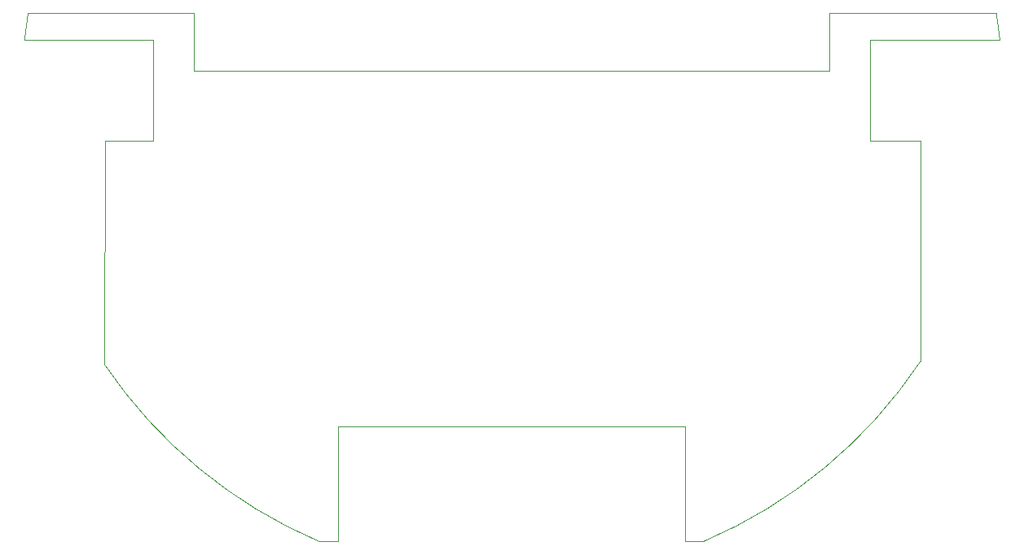
<source format=gbr>
%TF.GenerationSoftware,KiCad,Pcbnew,9.0.3*%
%TF.CreationDate,2025-08-09T18:03:13+09:00*%
%TF.ProjectId,power_circuit_2,706f7765-725f-4636-9972-637569745f32,rev?*%
%TF.SameCoordinates,Original*%
%TF.FileFunction,Profile,NP*%
%FSLAX46Y46*%
G04 Gerber Fmt 4.6, Leading zero omitted, Abs format (unit mm)*
G04 Created by KiCad (PCBNEW 9.0.3) date 2025-08-09 18:03:13*
%MOMM*%
%LPD*%
G01*
G04 APERTURE LIST*
%TA.AperFunction,Profile*%
%ADD10C,0.050000*%
%TD*%
G04 APERTURE END LIST*
D10*
X172472961Y-148232026D02*
G75*
G02*
X149969311Y-166927885I-42472963J28232026D01*
G01*
X87702752Y-148531869D02*
X87750000Y-125250000D01*
X110022533Y-166947052D02*
G75*
G02*
X87702752Y-148531872I19977467J46947052D01*
G01*
X172472963Y-148232026D02*
X172500000Y-125250000D01*
X92750000Y-125250000D02*
X87750000Y-125250000D01*
X79389925Y-114738557D02*
G75*
G02*
X79750002Y-112000000I50611275J-5261643D01*
G01*
X163000000Y-112000000D02*
X180392431Y-112000000D01*
X92750000Y-114738557D02*
X92750000Y-125250000D01*
X167250000Y-125250000D02*
X172500000Y-125250000D01*
X112000000Y-155000000D02*
X112000000Y-166947052D01*
X148000000Y-155000000D02*
X112000000Y-155000000D01*
X167250000Y-114750000D02*
X167250000Y-125250000D01*
X180749999Y-114750000D02*
X167250000Y-114750000D01*
X97000000Y-112000000D02*
X79750000Y-112000000D01*
X110022533Y-166947052D02*
X112000000Y-166947052D01*
X79389925Y-114738566D02*
X92750000Y-114738557D01*
X147991842Y-166927885D02*
X148000000Y-155000000D01*
X149969311Y-166927885D02*
X147991842Y-166927885D01*
X180392432Y-112000000D02*
G75*
G02*
X180750000Y-114750000I-52255132J-8192700D01*
G01*
X130000000Y-118000000D02*
X163000000Y-118000000D01*
X163000000Y-112000000D02*
X163000000Y-118000000D01*
X130000000Y-118000000D02*
X97000000Y-118000000D01*
X97000000Y-118000000D02*
X97000000Y-112000000D01*
M02*

</source>
